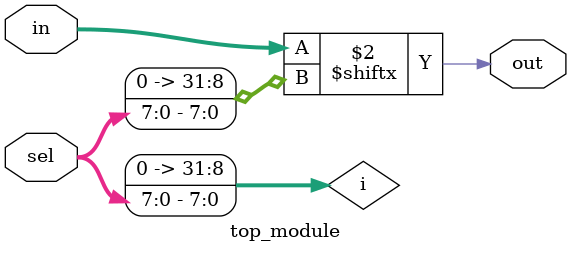
<source format=v>
module top_module(
    input [255:0] in,
    input [7:0] sel,
    output out
);

    integer i;

    always @(*) begin
        i = sel;
        out = in[i];
    end

endmodule
</source>
